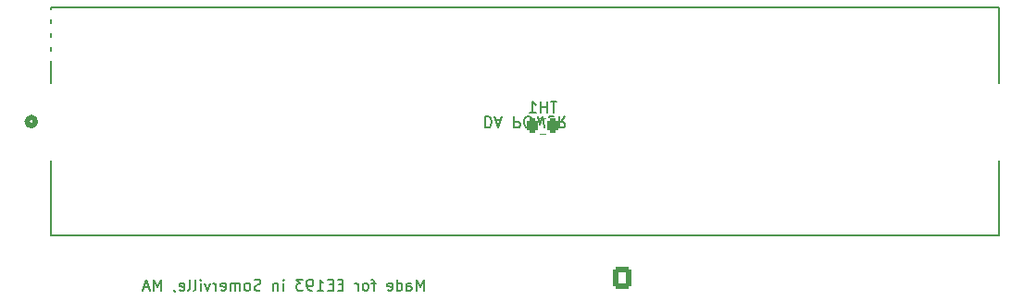
<source format=gbo>
G04 #@! TF.GenerationSoftware,KiCad,Pcbnew,7.0.10*
G04 #@! TF.CreationDate,2024-04-08T00:43:02-04:00*
G04 #@! TF.ProjectId,JokerIteration1,4a6f6b65-7249-4746-9572-6174696f6e31,rev?*
G04 #@! TF.SameCoordinates,Original*
G04 #@! TF.FileFunction,Legend,Bot*
G04 #@! TF.FilePolarity,Positive*
%FSLAX46Y46*%
G04 Gerber Fmt 4.6, Leading zero omitted, Abs format (unit mm)*
G04 Created by KiCad (PCBNEW 7.0.10) date 2024-04-08 00:43:02*
%MOMM*%
%LPD*%
G01*
G04 APERTURE LIST*
G04 Aperture macros list*
%AMRoundRect*
0 Rectangle with rounded corners*
0 $1 Rounding radius*
0 $2 $3 $4 $5 $6 $7 $8 $9 X,Y pos of 4 corners*
0 Add a 4 corners polygon primitive as box body*
4,1,4,$2,$3,$4,$5,$6,$7,$8,$9,$2,$3,0*
0 Add four circle primitives for the rounded corners*
1,1,$1+$1,$2,$3*
1,1,$1+$1,$4,$5*
1,1,$1+$1,$6,$7*
1,1,$1+$1,$8,$9*
0 Add four rect primitives between the rounded corners*
20,1,$1+$1,$2,$3,$4,$5,0*
20,1,$1+$1,$4,$5,$6,$7,0*
20,1,$1+$1,$6,$7,$8,$9,0*
20,1,$1+$1,$8,$9,$2,$3,0*%
G04 Aperture macros list end*
%ADD10C,0.150000*%
%ADD11C,0.152400*%
%ADD12C,0.508000*%
%ADD13C,0.120000*%
%ADD14C,2.387600*%
%ADD15R,7.467600X6.477000*%
%ADD16C,1.200000*%
%ADD17RoundRect,0.250000X-0.600000X-0.750000X0.600000X-0.750000X0.600000X0.750000X-0.600000X0.750000X0*%
%ADD18O,1.700000X2.000000*%
%ADD19R,1.000000X1.000000*%
%ADD20O,1.000000X1.000000*%
%ADD21C,3.800000*%
%ADD22RoundRect,0.250000X0.262500X0.450000X-0.262500X0.450000X-0.262500X-0.450000X0.262500X-0.450000X0*%
G04 APERTURE END LIST*
D10*
X108883220Y-121789819D02*
X108883220Y-120789819D01*
X108883220Y-120789819D02*
X108549887Y-121504104D01*
X108549887Y-121504104D02*
X108216554Y-120789819D01*
X108216554Y-120789819D02*
X108216554Y-121789819D01*
X107311792Y-121789819D02*
X107311792Y-121266009D01*
X107311792Y-121266009D02*
X107359411Y-121170771D01*
X107359411Y-121170771D02*
X107454649Y-121123152D01*
X107454649Y-121123152D02*
X107645125Y-121123152D01*
X107645125Y-121123152D02*
X107740363Y-121170771D01*
X107311792Y-121742200D02*
X107407030Y-121789819D01*
X107407030Y-121789819D02*
X107645125Y-121789819D01*
X107645125Y-121789819D02*
X107740363Y-121742200D01*
X107740363Y-121742200D02*
X107787982Y-121646961D01*
X107787982Y-121646961D02*
X107787982Y-121551723D01*
X107787982Y-121551723D02*
X107740363Y-121456485D01*
X107740363Y-121456485D02*
X107645125Y-121408866D01*
X107645125Y-121408866D02*
X107407030Y-121408866D01*
X107407030Y-121408866D02*
X107311792Y-121361247D01*
X106407030Y-121789819D02*
X106407030Y-120789819D01*
X106407030Y-121742200D02*
X106502268Y-121789819D01*
X106502268Y-121789819D02*
X106692744Y-121789819D01*
X106692744Y-121789819D02*
X106787982Y-121742200D01*
X106787982Y-121742200D02*
X106835601Y-121694580D01*
X106835601Y-121694580D02*
X106883220Y-121599342D01*
X106883220Y-121599342D02*
X106883220Y-121313628D01*
X106883220Y-121313628D02*
X106835601Y-121218390D01*
X106835601Y-121218390D02*
X106787982Y-121170771D01*
X106787982Y-121170771D02*
X106692744Y-121123152D01*
X106692744Y-121123152D02*
X106502268Y-121123152D01*
X106502268Y-121123152D02*
X106407030Y-121170771D01*
X105549887Y-121742200D02*
X105645125Y-121789819D01*
X105645125Y-121789819D02*
X105835601Y-121789819D01*
X105835601Y-121789819D02*
X105930839Y-121742200D01*
X105930839Y-121742200D02*
X105978458Y-121646961D01*
X105978458Y-121646961D02*
X105978458Y-121266009D01*
X105978458Y-121266009D02*
X105930839Y-121170771D01*
X105930839Y-121170771D02*
X105835601Y-121123152D01*
X105835601Y-121123152D02*
X105645125Y-121123152D01*
X105645125Y-121123152D02*
X105549887Y-121170771D01*
X105549887Y-121170771D02*
X105502268Y-121266009D01*
X105502268Y-121266009D02*
X105502268Y-121361247D01*
X105502268Y-121361247D02*
X105978458Y-121456485D01*
X104454648Y-121123152D02*
X104073696Y-121123152D01*
X104311791Y-121789819D02*
X104311791Y-120932676D01*
X104311791Y-120932676D02*
X104264172Y-120837438D01*
X104264172Y-120837438D02*
X104168934Y-120789819D01*
X104168934Y-120789819D02*
X104073696Y-120789819D01*
X103597505Y-121789819D02*
X103692743Y-121742200D01*
X103692743Y-121742200D02*
X103740362Y-121694580D01*
X103740362Y-121694580D02*
X103787981Y-121599342D01*
X103787981Y-121599342D02*
X103787981Y-121313628D01*
X103787981Y-121313628D02*
X103740362Y-121218390D01*
X103740362Y-121218390D02*
X103692743Y-121170771D01*
X103692743Y-121170771D02*
X103597505Y-121123152D01*
X103597505Y-121123152D02*
X103454648Y-121123152D01*
X103454648Y-121123152D02*
X103359410Y-121170771D01*
X103359410Y-121170771D02*
X103311791Y-121218390D01*
X103311791Y-121218390D02*
X103264172Y-121313628D01*
X103264172Y-121313628D02*
X103264172Y-121599342D01*
X103264172Y-121599342D02*
X103311791Y-121694580D01*
X103311791Y-121694580D02*
X103359410Y-121742200D01*
X103359410Y-121742200D02*
X103454648Y-121789819D01*
X103454648Y-121789819D02*
X103597505Y-121789819D01*
X102835600Y-121789819D02*
X102835600Y-121123152D01*
X102835600Y-121313628D02*
X102787981Y-121218390D01*
X102787981Y-121218390D02*
X102740362Y-121170771D01*
X102740362Y-121170771D02*
X102645124Y-121123152D01*
X102645124Y-121123152D02*
X102549886Y-121123152D01*
X101454647Y-121266009D02*
X101121314Y-121266009D01*
X100978457Y-121789819D02*
X101454647Y-121789819D01*
X101454647Y-121789819D02*
X101454647Y-120789819D01*
X101454647Y-120789819D02*
X100978457Y-120789819D01*
X100549885Y-121266009D02*
X100216552Y-121266009D01*
X100073695Y-121789819D02*
X100549885Y-121789819D01*
X100549885Y-121789819D02*
X100549885Y-120789819D01*
X100549885Y-120789819D02*
X100073695Y-120789819D01*
X99121314Y-121789819D02*
X99692742Y-121789819D01*
X99407028Y-121789819D02*
X99407028Y-120789819D01*
X99407028Y-120789819D02*
X99502266Y-120932676D01*
X99502266Y-120932676D02*
X99597504Y-121027914D01*
X99597504Y-121027914D02*
X99692742Y-121075533D01*
X98645123Y-121789819D02*
X98454647Y-121789819D01*
X98454647Y-121789819D02*
X98359409Y-121742200D01*
X98359409Y-121742200D02*
X98311790Y-121694580D01*
X98311790Y-121694580D02*
X98216552Y-121551723D01*
X98216552Y-121551723D02*
X98168933Y-121361247D01*
X98168933Y-121361247D02*
X98168933Y-120980295D01*
X98168933Y-120980295D02*
X98216552Y-120885057D01*
X98216552Y-120885057D02*
X98264171Y-120837438D01*
X98264171Y-120837438D02*
X98359409Y-120789819D01*
X98359409Y-120789819D02*
X98549885Y-120789819D01*
X98549885Y-120789819D02*
X98645123Y-120837438D01*
X98645123Y-120837438D02*
X98692742Y-120885057D01*
X98692742Y-120885057D02*
X98740361Y-120980295D01*
X98740361Y-120980295D02*
X98740361Y-121218390D01*
X98740361Y-121218390D02*
X98692742Y-121313628D01*
X98692742Y-121313628D02*
X98645123Y-121361247D01*
X98645123Y-121361247D02*
X98549885Y-121408866D01*
X98549885Y-121408866D02*
X98359409Y-121408866D01*
X98359409Y-121408866D02*
X98264171Y-121361247D01*
X98264171Y-121361247D02*
X98216552Y-121313628D01*
X98216552Y-121313628D02*
X98168933Y-121218390D01*
X97835599Y-120789819D02*
X97216552Y-120789819D01*
X97216552Y-120789819D02*
X97549885Y-121170771D01*
X97549885Y-121170771D02*
X97407028Y-121170771D01*
X97407028Y-121170771D02*
X97311790Y-121218390D01*
X97311790Y-121218390D02*
X97264171Y-121266009D01*
X97264171Y-121266009D02*
X97216552Y-121361247D01*
X97216552Y-121361247D02*
X97216552Y-121599342D01*
X97216552Y-121599342D02*
X97264171Y-121694580D01*
X97264171Y-121694580D02*
X97311790Y-121742200D01*
X97311790Y-121742200D02*
X97407028Y-121789819D01*
X97407028Y-121789819D02*
X97692742Y-121789819D01*
X97692742Y-121789819D02*
X97787980Y-121742200D01*
X97787980Y-121742200D02*
X97835599Y-121694580D01*
X96026075Y-121789819D02*
X96026075Y-121123152D01*
X96026075Y-120789819D02*
X96073694Y-120837438D01*
X96073694Y-120837438D02*
X96026075Y-120885057D01*
X96026075Y-120885057D02*
X95978456Y-120837438D01*
X95978456Y-120837438D02*
X96026075Y-120789819D01*
X96026075Y-120789819D02*
X96026075Y-120885057D01*
X95549885Y-121123152D02*
X95549885Y-121789819D01*
X95549885Y-121218390D02*
X95502266Y-121170771D01*
X95502266Y-121170771D02*
X95407028Y-121123152D01*
X95407028Y-121123152D02*
X95264171Y-121123152D01*
X95264171Y-121123152D02*
X95168933Y-121170771D01*
X95168933Y-121170771D02*
X95121314Y-121266009D01*
X95121314Y-121266009D02*
X95121314Y-121789819D01*
X93930837Y-121742200D02*
X93787980Y-121789819D01*
X93787980Y-121789819D02*
X93549885Y-121789819D01*
X93549885Y-121789819D02*
X93454647Y-121742200D01*
X93454647Y-121742200D02*
X93407028Y-121694580D01*
X93407028Y-121694580D02*
X93359409Y-121599342D01*
X93359409Y-121599342D02*
X93359409Y-121504104D01*
X93359409Y-121504104D02*
X93407028Y-121408866D01*
X93407028Y-121408866D02*
X93454647Y-121361247D01*
X93454647Y-121361247D02*
X93549885Y-121313628D01*
X93549885Y-121313628D02*
X93740361Y-121266009D01*
X93740361Y-121266009D02*
X93835599Y-121218390D01*
X93835599Y-121218390D02*
X93883218Y-121170771D01*
X93883218Y-121170771D02*
X93930837Y-121075533D01*
X93930837Y-121075533D02*
X93930837Y-120980295D01*
X93930837Y-120980295D02*
X93883218Y-120885057D01*
X93883218Y-120885057D02*
X93835599Y-120837438D01*
X93835599Y-120837438D02*
X93740361Y-120789819D01*
X93740361Y-120789819D02*
X93502266Y-120789819D01*
X93502266Y-120789819D02*
X93359409Y-120837438D01*
X92787980Y-121789819D02*
X92883218Y-121742200D01*
X92883218Y-121742200D02*
X92930837Y-121694580D01*
X92930837Y-121694580D02*
X92978456Y-121599342D01*
X92978456Y-121599342D02*
X92978456Y-121313628D01*
X92978456Y-121313628D02*
X92930837Y-121218390D01*
X92930837Y-121218390D02*
X92883218Y-121170771D01*
X92883218Y-121170771D02*
X92787980Y-121123152D01*
X92787980Y-121123152D02*
X92645123Y-121123152D01*
X92645123Y-121123152D02*
X92549885Y-121170771D01*
X92549885Y-121170771D02*
X92502266Y-121218390D01*
X92502266Y-121218390D02*
X92454647Y-121313628D01*
X92454647Y-121313628D02*
X92454647Y-121599342D01*
X92454647Y-121599342D02*
X92502266Y-121694580D01*
X92502266Y-121694580D02*
X92549885Y-121742200D01*
X92549885Y-121742200D02*
X92645123Y-121789819D01*
X92645123Y-121789819D02*
X92787980Y-121789819D01*
X92026075Y-121789819D02*
X92026075Y-121123152D01*
X92026075Y-121218390D02*
X91978456Y-121170771D01*
X91978456Y-121170771D02*
X91883218Y-121123152D01*
X91883218Y-121123152D02*
X91740361Y-121123152D01*
X91740361Y-121123152D02*
X91645123Y-121170771D01*
X91645123Y-121170771D02*
X91597504Y-121266009D01*
X91597504Y-121266009D02*
X91597504Y-121789819D01*
X91597504Y-121266009D02*
X91549885Y-121170771D01*
X91549885Y-121170771D02*
X91454647Y-121123152D01*
X91454647Y-121123152D02*
X91311790Y-121123152D01*
X91311790Y-121123152D02*
X91216551Y-121170771D01*
X91216551Y-121170771D02*
X91168932Y-121266009D01*
X91168932Y-121266009D02*
X91168932Y-121789819D01*
X90311790Y-121742200D02*
X90407028Y-121789819D01*
X90407028Y-121789819D02*
X90597504Y-121789819D01*
X90597504Y-121789819D02*
X90692742Y-121742200D01*
X90692742Y-121742200D02*
X90740361Y-121646961D01*
X90740361Y-121646961D02*
X90740361Y-121266009D01*
X90740361Y-121266009D02*
X90692742Y-121170771D01*
X90692742Y-121170771D02*
X90597504Y-121123152D01*
X90597504Y-121123152D02*
X90407028Y-121123152D01*
X90407028Y-121123152D02*
X90311790Y-121170771D01*
X90311790Y-121170771D02*
X90264171Y-121266009D01*
X90264171Y-121266009D02*
X90264171Y-121361247D01*
X90264171Y-121361247D02*
X90740361Y-121456485D01*
X89835599Y-121789819D02*
X89835599Y-121123152D01*
X89835599Y-121313628D02*
X89787980Y-121218390D01*
X89787980Y-121218390D02*
X89740361Y-121170771D01*
X89740361Y-121170771D02*
X89645123Y-121123152D01*
X89645123Y-121123152D02*
X89549885Y-121123152D01*
X89311789Y-121123152D02*
X89073694Y-121789819D01*
X89073694Y-121789819D02*
X88835599Y-121123152D01*
X88454646Y-121789819D02*
X88454646Y-121123152D01*
X88454646Y-120789819D02*
X88502265Y-120837438D01*
X88502265Y-120837438D02*
X88454646Y-120885057D01*
X88454646Y-120885057D02*
X88407027Y-120837438D01*
X88407027Y-120837438D02*
X88454646Y-120789819D01*
X88454646Y-120789819D02*
X88454646Y-120885057D01*
X87835599Y-121789819D02*
X87930837Y-121742200D01*
X87930837Y-121742200D02*
X87978456Y-121646961D01*
X87978456Y-121646961D02*
X87978456Y-120789819D01*
X87311789Y-121789819D02*
X87407027Y-121742200D01*
X87407027Y-121742200D02*
X87454646Y-121646961D01*
X87454646Y-121646961D02*
X87454646Y-120789819D01*
X86549884Y-121742200D02*
X86645122Y-121789819D01*
X86645122Y-121789819D02*
X86835598Y-121789819D01*
X86835598Y-121789819D02*
X86930836Y-121742200D01*
X86930836Y-121742200D02*
X86978455Y-121646961D01*
X86978455Y-121646961D02*
X86978455Y-121266009D01*
X86978455Y-121266009D02*
X86930836Y-121170771D01*
X86930836Y-121170771D02*
X86835598Y-121123152D01*
X86835598Y-121123152D02*
X86645122Y-121123152D01*
X86645122Y-121123152D02*
X86549884Y-121170771D01*
X86549884Y-121170771D02*
X86502265Y-121266009D01*
X86502265Y-121266009D02*
X86502265Y-121361247D01*
X86502265Y-121361247D02*
X86978455Y-121456485D01*
X86026074Y-121742200D02*
X86026074Y-121789819D01*
X86026074Y-121789819D02*
X86073693Y-121885057D01*
X86073693Y-121885057D02*
X86121312Y-121932676D01*
X84835598Y-121789819D02*
X84835598Y-120789819D01*
X84835598Y-120789819D02*
X84502265Y-121504104D01*
X84502265Y-121504104D02*
X84168932Y-120789819D01*
X84168932Y-120789819D02*
X84168932Y-121789819D01*
X83740360Y-121504104D02*
X83264170Y-121504104D01*
X83835598Y-121789819D02*
X83502265Y-120789819D01*
X83502265Y-120789819D02*
X83168932Y-121789819D01*
X114490952Y-105845180D02*
X114490952Y-106845180D01*
X114490952Y-106845180D02*
X114729047Y-106845180D01*
X114729047Y-106845180D02*
X114871904Y-106797561D01*
X114871904Y-106797561D02*
X114967142Y-106702323D01*
X114967142Y-106702323D02*
X115014761Y-106607085D01*
X115014761Y-106607085D02*
X115062380Y-106416609D01*
X115062380Y-106416609D02*
X115062380Y-106273752D01*
X115062380Y-106273752D02*
X115014761Y-106083276D01*
X115014761Y-106083276D02*
X114967142Y-105988038D01*
X114967142Y-105988038D02*
X114871904Y-105892800D01*
X114871904Y-105892800D02*
X114729047Y-105845180D01*
X114729047Y-105845180D02*
X114490952Y-105845180D01*
X115443333Y-106130895D02*
X115919523Y-106130895D01*
X115348095Y-105845180D02*
X115681428Y-106845180D01*
X115681428Y-106845180D02*
X116014761Y-105845180D01*
X117110000Y-105845180D02*
X117110000Y-106845180D01*
X117110000Y-106845180D02*
X117490952Y-106845180D01*
X117490952Y-106845180D02*
X117586190Y-106797561D01*
X117586190Y-106797561D02*
X117633809Y-106749942D01*
X117633809Y-106749942D02*
X117681428Y-106654704D01*
X117681428Y-106654704D02*
X117681428Y-106511847D01*
X117681428Y-106511847D02*
X117633809Y-106416609D01*
X117633809Y-106416609D02*
X117586190Y-106368990D01*
X117586190Y-106368990D02*
X117490952Y-106321371D01*
X117490952Y-106321371D02*
X117110000Y-106321371D01*
X118300476Y-106845180D02*
X118490952Y-106845180D01*
X118490952Y-106845180D02*
X118586190Y-106797561D01*
X118586190Y-106797561D02*
X118681428Y-106702323D01*
X118681428Y-106702323D02*
X118729047Y-106511847D01*
X118729047Y-106511847D02*
X118729047Y-106178514D01*
X118729047Y-106178514D02*
X118681428Y-105988038D01*
X118681428Y-105988038D02*
X118586190Y-105892800D01*
X118586190Y-105892800D02*
X118490952Y-105845180D01*
X118490952Y-105845180D02*
X118300476Y-105845180D01*
X118300476Y-105845180D02*
X118205238Y-105892800D01*
X118205238Y-105892800D02*
X118110000Y-105988038D01*
X118110000Y-105988038D02*
X118062381Y-106178514D01*
X118062381Y-106178514D02*
X118062381Y-106511847D01*
X118062381Y-106511847D02*
X118110000Y-106702323D01*
X118110000Y-106702323D02*
X118205238Y-106797561D01*
X118205238Y-106797561D02*
X118300476Y-106845180D01*
X119062381Y-106845180D02*
X119300476Y-105845180D01*
X119300476Y-105845180D02*
X119490952Y-106559466D01*
X119490952Y-106559466D02*
X119681428Y-105845180D01*
X119681428Y-105845180D02*
X119919524Y-106845180D01*
X120300476Y-106368990D02*
X120633809Y-106368990D01*
X120776666Y-105845180D02*
X120300476Y-105845180D01*
X120300476Y-105845180D02*
X120300476Y-106845180D01*
X120300476Y-106845180D02*
X120776666Y-106845180D01*
X121776666Y-105845180D02*
X121443333Y-106321371D01*
X121205238Y-105845180D02*
X121205238Y-106845180D01*
X121205238Y-106845180D02*
X121586190Y-106845180D01*
X121586190Y-106845180D02*
X121681428Y-106797561D01*
X121681428Y-106797561D02*
X121729047Y-106749942D01*
X121729047Y-106749942D02*
X121776666Y-106654704D01*
X121776666Y-106654704D02*
X121776666Y-106511847D01*
X121776666Y-106511847D02*
X121729047Y-106416609D01*
X121729047Y-106416609D02*
X121681428Y-106368990D01*
X121681428Y-106368990D02*
X121586190Y-106321371D01*
X121586190Y-106321371D02*
X121205238Y-106321371D01*
X121023213Y-104484819D02*
X120451785Y-104484819D01*
X120737499Y-105484819D02*
X120737499Y-104484819D01*
X120118451Y-105484819D02*
X120118451Y-104484819D01*
X120118451Y-104961009D02*
X119547023Y-104961009D01*
X119547023Y-105484819D02*
X119547023Y-104484819D01*
X118547023Y-105484819D02*
X119118451Y-105484819D01*
X118832737Y-105484819D02*
X118832737Y-104484819D01*
X118832737Y-104484819D02*
X118927975Y-104627676D01*
X118927975Y-104627676D02*
X119023213Y-104722914D01*
X119023213Y-104722914D02*
X119118451Y-104770533D01*
D11*
X74752200Y-116752100D02*
X74752200Y-109871240D01*
X74752200Y-102728760D02*
X74752200Y-95847900D01*
X74752200Y-95847900D02*
X161467800Y-95847900D01*
X161467800Y-116752100D02*
X74752200Y-116752100D01*
X161467800Y-109871240D02*
X161467800Y-116752100D01*
X161467800Y-95847900D02*
X161467800Y-102728760D01*
D12*
X73355200Y-106300000D02*
G75*
G03*
X72593200Y-106300000I-381000J0D01*
G01*
X72593200Y-106300000D02*
G75*
G03*
X73355200Y-106300000I381000J0D01*
G01*
D13*
X119964564Y-107415000D02*
X119510436Y-107415000D01*
X119964564Y-105945000D02*
X119510436Y-105945000D01*
%LPC*%
D14*
X153962100Y-98299000D03*
D15*
X78422500Y-106300000D03*
X157797500Y-106300000D03*
D16*
X125440000Y-122650000D03*
D17*
X127040000Y-120650000D03*
D18*
X129540000Y-120650000D03*
D19*
X140970000Y-120650000D03*
D20*
X140970000Y-121920000D03*
X139700000Y-120650000D03*
X139700000Y-121920000D03*
X138430000Y-120650000D03*
X138430000Y-121920000D03*
D19*
X74930000Y-95250000D03*
D20*
X76200000Y-95250000D03*
X74930000Y-96520000D03*
X76200000Y-96520000D03*
X74930000Y-97790000D03*
X76200000Y-97790000D03*
X74930000Y-99060000D03*
X76200000Y-99060000D03*
X74930000Y-100330000D03*
X76200000Y-100330000D03*
D21*
X80010000Y-120650000D03*
X156210000Y-120650000D03*
X80010000Y-90170000D03*
X156210000Y-91440000D03*
D22*
X120650000Y-106680000D03*
X118825000Y-106680000D03*
%LPD*%
M02*

</source>
